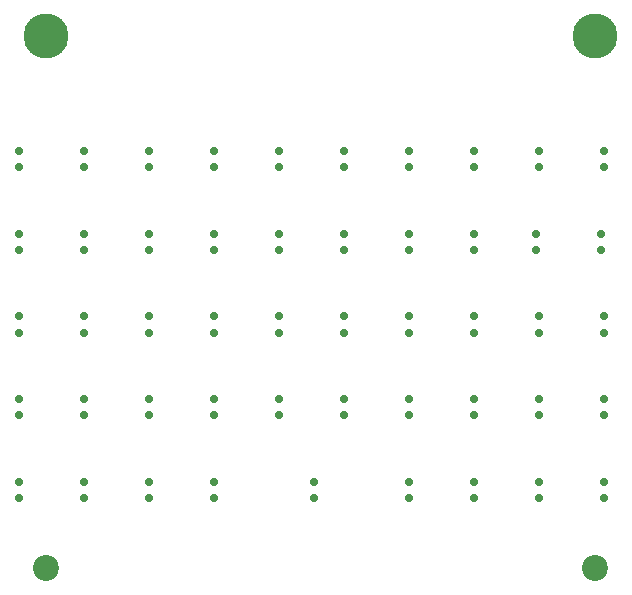
<source format=gbr>
%TF.GenerationSoftware,KiCad,Pcbnew,8.0.6-1.fc40*%
%TF.CreationDate,2025-02-15T15:48:19+01:00*%
%TF.ProjectId,airMouse-keyboard,6169724d-6f75-4736-952d-6b6579626f61,RC1*%
%TF.SameCoordinates,Original*%
%TF.FileFunction,Soldermask,Bot*%
%TF.FilePolarity,Negative*%
%FSLAX46Y46*%
G04 Gerber Fmt 4.6, Leading zero omitted, Abs format (unit mm)*
G04 Created by KiCad (PCBNEW 8.0.6-1.fc40) date 2025-02-15 15:48:19*
%MOMM*%
%LPD*%
G01*
G04 APERTURE LIST*
G04 Aperture macros list*
%AMRoundRect*
0 Rectangle with rounded corners*
0 $1 Rounding radius*
0 $2 $3 $4 $5 $6 $7 $8 $9 X,Y pos of 4 corners*
0 Add a 4 corners polygon primitive as box body*
4,1,4,$2,$3,$4,$5,$6,$7,$8,$9,$2,$3,0*
0 Add four circle primitives for the rounded corners*
1,1,$1+$1,$2,$3*
1,1,$1+$1,$4,$5*
1,1,$1+$1,$6,$7*
1,1,$1+$1,$8,$9*
0 Add four rect primitives between the rounded corners*
20,1,$1+$1,$2,$3,$4,$5,0*
20,1,$1+$1,$4,$5,$6,$7,0*
20,1,$1+$1,$6,$7,$8,$9,0*
20,1,$1+$1,$8,$9,$2,$3,0*%
G04 Aperture macros list end*
%ADD10RoundRect,0.150000X-0.200000X0.150000X-0.200000X-0.150000X0.200000X-0.150000X0.200000X0.150000X0*%
%ADD11C,3.800000*%
%ADD12C,2.200000*%
G04 APERTURE END LIST*
D10*
%TO.C,D43*%
X98750000Y-116100000D03*
X98750000Y-114700000D03*
%TD*%
%TO.C,D13*%
X98750000Y-95100000D03*
X98750000Y-93700000D03*
%TD*%
%TO.C,D12*%
X93250000Y-95100000D03*
X93250000Y-93700000D03*
%TD*%
D11*
%TO.C,H4*%
X90000000Y-77000000D03*
%TD*%
%TO.C,H3*%
X136500000Y-77000000D03*
%TD*%
D12*
%TO.C,H2*%
X90000000Y-122000000D03*
%TD*%
%TO.C,H1*%
X136500000Y-122000000D03*
%TD*%
D10*
%TO.C,D1*%
X87750000Y-88100000D03*
X87750000Y-86700000D03*
%TD*%
%TO.C,D49*%
X137250000Y-116100000D03*
X137250000Y-114700000D03*
%TD*%
%TO.C,D48*%
X131750000Y-116100000D03*
X131750000Y-114700000D03*
%TD*%
%TO.C,D26*%
X115250000Y-102100000D03*
X115250000Y-100700000D03*
%TD*%
%TO.C,D27*%
X120750000Y-102100000D03*
X120750000Y-100700000D03*
%TD*%
%TO.C,D37*%
X120750000Y-109100000D03*
X120750000Y-107700000D03*
%TD*%
%TO.C,D36*%
X115250000Y-109100000D03*
X115250000Y-107700000D03*
%TD*%
%TO.C,D9*%
X131750000Y-88100000D03*
X131750000Y-86700000D03*
%TD*%
%TO.C,D23*%
X98750000Y-102100000D03*
X98750000Y-100700000D03*
%TD*%
%TO.C,D47*%
X126250000Y-116100000D03*
X126250000Y-114700000D03*
%TD*%
%TO.C,D41*%
X87750000Y-116100000D03*
X87750000Y-114700000D03*
%TD*%
%TO.C,D20*%
X137000000Y-95100000D03*
X137000000Y-93700000D03*
%TD*%
%TO.C,D14*%
X104250000Y-95100000D03*
X104250000Y-93700000D03*
%TD*%
%TO.C,D19*%
X131500000Y-95100000D03*
X131500000Y-93700000D03*
%TD*%
%TO.C,D15*%
X109750000Y-95100000D03*
X109750000Y-93700000D03*
%TD*%
%TO.C,D30*%
X137250000Y-102100000D03*
X137250000Y-100700000D03*
%TD*%
%TO.C,D5*%
X109750000Y-88100000D03*
X109750000Y-86700000D03*
%TD*%
%TO.C,D11*%
X87750000Y-95100000D03*
X87750000Y-93700000D03*
%TD*%
%TO.C,D35*%
X109750000Y-109100000D03*
X109750000Y-107700000D03*
%TD*%
%TO.C,D39*%
X131750000Y-109100000D03*
X131750000Y-107700000D03*
%TD*%
%TO.C,D40*%
X137250000Y-109100000D03*
X137250000Y-107700000D03*
%TD*%
%TO.C,D6*%
X115250000Y-88100000D03*
X115250000Y-86700000D03*
%TD*%
%TO.C,D10*%
X137250000Y-88100000D03*
X137250000Y-86700000D03*
%TD*%
%TO.C,D17*%
X120750000Y-95100000D03*
X120750000Y-93700000D03*
%TD*%
%TO.C,D44*%
X104250000Y-116100000D03*
X104250000Y-114700000D03*
%TD*%
%TO.C,D34*%
X104250000Y-109100000D03*
X104250000Y-107700000D03*
%TD*%
%TO.C,D45*%
X112750000Y-116100000D03*
X112750000Y-114700000D03*
%TD*%
%TO.C,D24*%
X104250000Y-102100000D03*
X104250000Y-100700000D03*
%TD*%
%TO.C,D33*%
X98750000Y-109100000D03*
X98750000Y-107700000D03*
%TD*%
%TO.C,D8*%
X126250000Y-88100000D03*
X126250000Y-86700000D03*
%TD*%
%TO.C,D32*%
X93250000Y-109100000D03*
X93250000Y-107700000D03*
%TD*%
%TO.C,D3*%
X98750000Y-88100000D03*
X98750000Y-86700000D03*
%TD*%
%TO.C,D18*%
X126250000Y-95100000D03*
X126250000Y-93700000D03*
%TD*%
%TO.C,D42*%
X93250000Y-116100000D03*
X93250000Y-114700000D03*
%TD*%
%TO.C,D4*%
X104250000Y-88100000D03*
X104250000Y-86700000D03*
%TD*%
%TO.C,D31*%
X87750000Y-109100000D03*
X87750000Y-107700000D03*
%TD*%
%TO.C,D46*%
X120750000Y-116100000D03*
X120750000Y-114700000D03*
%TD*%
%TO.C,D38*%
X126250000Y-109100000D03*
X126250000Y-107700000D03*
%TD*%
%TO.C,D29*%
X131750000Y-102100000D03*
X131750000Y-100700000D03*
%TD*%
%TO.C,D25*%
X109750000Y-102100000D03*
X109750000Y-100700000D03*
%TD*%
%TO.C,D21*%
X87750000Y-102100000D03*
X87750000Y-100700000D03*
%TD*%
%TO.C,D22*%
X93250000Y-102100000D03*
X93250000Y-100700000D03*
%TD*%
%TO.C,D28*%
X126250000Y-102100000D03*
X126250000Y-100700000D03*
%TD*%
%TO.C,D16*%
X115250000Y-95100000D03*
X115250000Y-93700000D03*
%TD*%
%TO.C,D7*%
X120750000Y-88100000D03*
X120750000Y-86700000D03*
%TD*%
%TO.C,D2*%
X93250000Y-88100000D03*
X93250000Y-86700000D03*
%TD*%
M02*

</source>
